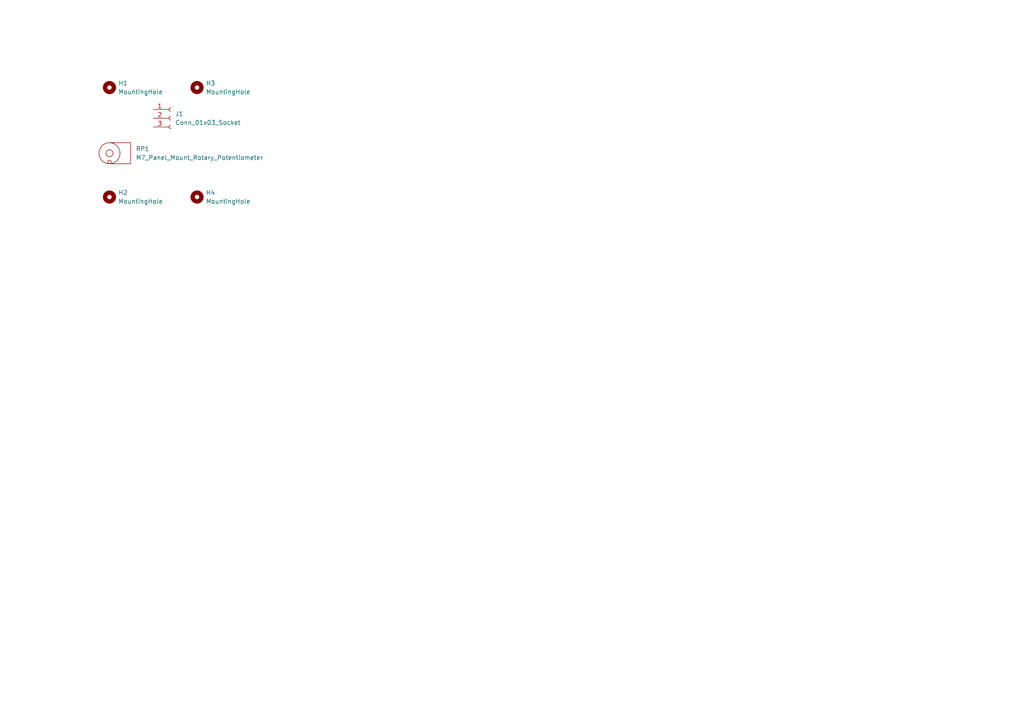
<source format=kicad_sch>
(kicad_sch (version 20231120) (generator "eeschema") (generator_version "8.0")
  (paper "A4")
  (lib_symbols
    (symbol "Connector:Conn_01x03_Socket" (pin_names (offset 1.016) hide)
      (property "Reference" "J" (at 0 5.08 0))
      (property "Value" "Conn_01x03_Socket" (at 0 -5.08 0))
      (symbol "Conn_01x03_Socket_1_1"
        (arc (start 0 -2.032) (mid -0.5058 -2.54) (end 0 -3.048) (stroke (width 0.1524)))
        (polyline (pts (xy -1.27 -2.54) (xy -0.508 -2.54)) (stroke (width 0.1524)))
        (polyline (pts (xy -1.27 0) (xy -0.508 0)) (stroke (width 0.1524)))
        (polyline (pts (xy -1.27 2.54) (xy -0.508 2.54)) (stroke (width 0.1524)))
        (arc (start 0 0.508) (mid -0.5058 0) (end 0 -0.508) (stroke (width 0.1524)))
        (arc (start 0 3.048) (mid -0.5058 2.54) (end 0 2.032) (stroke (width 0.1524)))
        (pin passive line (at -5.08 2.54 0) (length 3.81) (name "Pin_1") (number "1"))
        (pin passive line (at -5.08 0 0) (length 3.81) (name "Pin_2") (number "2"))
        (pin passive line (at -5.08 -2.54 0) (length 3.81) (name "Pin_3") (number "3"))
      )
    )
    (symbol "EXC:Rotary_Potentiometer_M7_Panel_Mount"
      (property "Reference" "RP" (at 0 4.064 0))
      (property "Value" "M7_Panel_Mount_Rotary_Potentiometer" (at 0 -4.318 0))
      (symbol "Rotary_Potentiometer_M7_Panel_Mount_0_1"
        (circle (center 0 -2.54) (radius 0.508))
        (polyline (pts (xy 0 3.048) (xy 6.096 3.048) (xy 6.096 -3.048) (xy 0 -3.048)))
        (circle (center 0 0) (radius 1.016))
        (circle (center 0 0) (radius 3.048))
      )
    )
    (symbol "Mechanical:MountingHole" (pin_names (offset 1.016)) (exclude_from_sim yes) (in_bom no)
      (property "Reference" "H" (at 0 5.08 0))
      (property "Value" "MountingHole" (at 0 3.175 0))
      (symbol "MountingHole_0_1"
        (circle (center 0 0) (radius 1.27) (stroke (width 1.27)))
      )
    )
  )
  (symbol (lib_id "Mechanical:MountingHole") (at 57.15 25.4 0) (unit 1) (exclude_from_sim yes) (in_bom no)
    (property "Reference" "H3" (at 59.69 24.1299 0) (effects (justify left)))
    (property "Value" "MountingHole" (at 59.69 26.6699 0) (effects (justify left)))
    (property "Footprint" "MountingHole:MountingHole_3.2mm_M3" (effects (hide yes)))
    (property "Description" "Mounting Hole without connection" (effects (hide yes)))
  )
  (symbol (lib_id "Mechanical:MountingHole") (at 31.75 57.15 0) (unit 1) (exclude_from_sim yes) (in_bom no)
    (property "Reference" "H2" (at 34.29 55.8799 0) (effects (justify left)))
    (property "Value" "MountingHole" (at 34.29 58.4199 0) (effects (justify left)))
    (property "Footprint" "MountingHole:MountingHole_3.2mm_M3" (effects (hide yes)))
    (property "Description" "Mounting Hole without connection" (effects (hide yes)))
  )
  (symbol (lib_id "EXC:Rotary_Potentiometer_M7_Panel_Mount") (at 31.75 44.45 0) (unit 1)
    (property "Reference" "RP1" (at 39.37 43.1799 0) (effects (justify left)))
    (property "Value" "M7_Panel_Mount_Rotary_Potentiometer" (at 39.37 45.7199 0) (effects (justify left)))
    (property "Footprint" "EXC:Rotary_Potentiometer_M7_Panel_Mount" (effects (hide yes)))
    (property "Datasheet" "https://cdn-shop.adafruit.com/product-files/562/p160.pdf" (effects (hide yes)))
    (property "Description" "An M7 panel-mounted linear potentiometer" (effects (hide yes)))
    (property "Source" "https://www.adafruit.com/product/562" (effects (hide yes)))
  )
  (symbol (lib_id "Mechanical:MountingHole") (at 57.15 57.15 0) (unit 1) (exclude_from_sim yes) (in_bom no)
    (property "Reference" "H4" (at 59.69 55.8799 0) (effects (justify left)))
    (property "Value" "MountingHole" (at 59.69 58.4199 0) (effects (justify left)))
    (property "Footprint" "MountingHole:MountingHole_3.2mm_M3" (effects (hide yes)))
    (property "Description" "Mounting Hole without connection" (effects (hide yes)))
  )
  (symbol (lib_id "Mechanical:MountingHole") (at 31.75 25.4 0) (unit 1) (exclude_from_sim yes) (in_bom no)
    (property "Reference" "H1" (at 34.29 24.1299 0) (effects (justify left)))
    (property "Value" "MountingHole" (at 34.29 26.6699 0) (effects (justify left)))
    (property "Footprint" "MountingHole:MountingHole_3.2mm_M3" (effects (hide yes)))
    (property "Description" "Mounting Hole without connection" (effects (hide yes)))
  )
  (symbol (lib_id "Connector:Conn_01x03_Socket") (at 49.53 34.29 0) (unit 1)
    (property "Reference" "J1" (at 50.8 33.0199 0) (effects (justify left)))
    (property "Value" "Conn_01x03_Socket" (at 50.8 35.5599 0) (effects (justify left)))
    (property "Footprint" "Connector_PinSocket_2.54mm:PinSocket_1x03_P2.54mm_Vertical" (effects (hide yes)))
    (property "Description" "Generic connector, single row, 01x03, script generated" (effects (hide yes)))
  )
)
</source>
